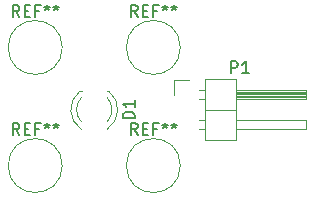
<source format=gbr>
G04 #@! TF.FileFunction,Legend,Top*
%FSLAX46Y46*%
G04 Gerber Fmt 4.6, Leading zero omitted, Abs format (unit mm)*
G04 Created by KiCad (PCBNEW 4.0.2-stable) date 6/16/2017 10:15:05 AM*
%MOMM*%
G01*
G04 APERTURE LIST*
%ADD10C,0.100000*%
%ADD11C,0.120000*%
%ADD12C,0.150000*%
G04 APERTURE END LIST*
D10*
D11*
X143078608Y-112942335D02*
G75*
G03X143235516Y-109710000I-1078608J1672335D01*
G01*
X140921392Y-112942335D02*
G75*
G02X140764484Y-109710000I1078608J1672335D01*
G01*
X143079837Y-112311130D02*
G75*
G03X143080000Y-110229039I-1079837J1041130D01*
G01*
X140920163Y-112311130D02*
G75*
G02X140920000Y-110229039I1079837J1041130D01*
G01*
X143236000Y-109710000D02*
X143080000Y-109710000D01*
X140920000Y-109710000D02*
X140764000Y-109710000D01*
X151340000Y-108670000D02*
X151340000Y-111270000D01*
X151340000Y-111270000D02*
X153960000Y-111270000D01*
X153960000Y-111270000D02*
X153960000Y-108670000D01*
X153960000Y-108670000D02*
X151340000Y-108670000D01*
X153960000Y-109620000D02*
X153960000Y-110380000D01*
X153960000Y-110380000D02*
X159960000Y-110380000D01*
X159960000Y-110380000D02*
X159960000Y-109620000D01*
X159960000Y-109620000D02*
X153960000Y-109620000D01*
X150910000Y-109620000D02*
X151340000Y-109620000D01*
X150910000Y-110380000D02*
X151340000Y-110380000D01*
X153960000Y-109740000D02*
X159960000Y-109740000D01*
X153960000Y-109860000D02*
X159960000Y-109860000D01*
X153960000Y-109980000D02*
X159960000Y-109980000D01*
X153960000Y-110100000D02*
X159960000Y-110100000D01*
X153960000Y-110220000D02*
X159960000Y-110220000D01*
X153960000Y-110340000D02*
X159960000Y-110340000D01*
X151340000Y-111270000D02*
X151340000Y-113870000D01*
X151340000Y-113870000D02*
X153960000Y-113870000D01*
X153960000Y-113870000D02*
X153960000Y-111270000D01*
X153960000Y-111270000D02*
X151340000Y-111270000D01*
X153960000Y-112160000D02*
X153960000Y-112920000D01*
X153960000Y-112920000D02*
X159960000Y-112920000D01*
X159960000Y-112920000D02*
X159960000Y-112160000D01*
X159960000Y-112160000D02*
X153960000Y-112160000D01*
X150910000Y-112160000D02*
X151340000Y-112160000D01*
X150910000Y-112920000D02*
X151340000Y-112920000D01*
X148730000Y-110000000D02*
X148730000Y-108730000D01*
X148730000Y-108730000D02*
X150000000Y-108730000D01*
X139286000Y-116000000D02*
G75*
G03X139286000Y-116000000I-2286000J0D01*
G01*
X139286000Y-106000000D02*
G75*
G03X139286000Y-106000000I-2286000J0D01*
G01*
X149286000Y-116000000D02*
G75*
G03X149286000Y-116000000I-2286000J0D01*
G01*
X149286000Y-106000000D02*
G75*
G03X149286000Y-106000000I-2286000J0D01*
G01*
D12*
X145412381Y-112008095D02*
X144412381Y-112008095D01*
X144412381Y-111770000D01*
X144460000Y-111627142D01*
X144555238Y-111531904D01*
X144650476Y-111484285D01*
X144840952Y-111436666D01*
X144983810Y-111436666D01*
X145174286Y-111484285D01*
X145269524Y-111531904D01*
X145364762Y-111627142D01*
X145412381Y-111770000D01*
X145412381Y-112008095D01*
X145412381Y-110484285D02*
X145412381Y-111055714D01*
X145412381Y-110770000D02*
X144412381Y-110770000D01*
X144555238Y-110865238D01*
X144650476Y-110960476D01*
X144698095Y-111055714D01*
X153576905Y-108182381D02*
X153576905Y-107182381D01*
X153957858Y-107182381D01*
X154053096Y-107230000D01*
X154100715Y-107277619D01*
X154148334Y-107372857D01*
X154148334Y-107515714D01*
X154100715Y-107610952D01*
X154053096Y-107658571D01*
X153957858Y-107706190D01*
X153576905Y-107706190D01*
X155100715Y-108182381D02*
X154529286Y-108182381D01*
X154815000Y-108182381D02*
X154815000Y-107182381D01*
X154719762Y-107325238D01*
X154624524Y-107420476D01*
X154529286Y-107468095D01*
X135666667Y-113404381D02*
X135333333Y-112928190D01*
X135095238Y-113404381D02*
X135095238Y-112404381D01*
X135476191Y-112404381D01*
X135571429Y-112452000D01*
X135619048Y-112499619D01*
X135666667Y-112594857D01*
X135666667Y-112737714D01*
X135619048Y-112832952D01*
X135571429Y-112880571D01*
X135476191Y-112928190D01*
X135095238Y-112928190D01*
X136095238Y-112880571D02*
X136428572Y-112880571D01*
X136571429Y-113404381D02*
X136095238Y-113404381D01*
X136095238Y-112404381D01*
X136571429Y-112404381D01*
X137333334Y-112880571D02*
X137000000Y-112880571D01*
X137000000Y-113404381D02*
X137000000Y-112404381D01*
X137476191Y-112404381D01*
X138000000Y-112404381D02*
X138000000Y-112642476D01*
X137761905Y-112547238D02*
X138000000Y-112642476D01*
X138238096Y-112547238D01*
X137857143Y-112832952D02*
X138000000Y-112642476D01*
X138142858Y-112832952D01*
X138761905Y-112404381D02*
X138761905Y-112642476D01*
X138523810Y-112547238D02*
X138761905Y-112642476D01*
X139000001Y-112547238D01*
X138619048Y-112832952D02*
X138761905Y-112642476D01*
X138904763Y-112832952D01*
X135666667Y-103404381D02*
X135333333Y-102928190D01*
X135095238Y-103404381D02*
X135095238Y-102404381D01*
X135476191Y-102404381D01*
X135571429Y-102452000D01*
X135619048Y-102499619D01*
X135666667Y-102594857D01*
X135666667Y-102737714D01*
X135619048Y-102832952D01*
X135571429Y-102880571D01*
X135476191Y-102928190D01*
X135095238Y-102928190D01*
X136095238Y-102880571D02*
X136428572Y-102880571D01*
X136571429Y-103404381D02*
X136095238Y-103404381D01*
X136095238Y-102404381D01*
X136571429Y-102404381D01*
X137333334Y-102880571D02*
X137000000Y-102880571D01*
X137000000Y-103404381D02*
X137000000Y-102404381D01*
X137476191Y-102404381D01*
X138000000Y-102404381D02*
X138000000Y-102642476D01*
X137761905Y-102547238D02*
X138000000Y-102642476D01*
X138238096Y-102547238D01*
X137857143Y-102832952D02*
X138000000Y-102642476D01*
X138142858Y-102832952D01*
X138761905Y-102404381D02*
X138761905Y-102642476D01*
X138523810Y-102547238D02*
X138761905Y-102642476D01*
X139000001Y-102547238D01*
X138619048Y-102832952D02*
X138761905Y-102642476D01*
X138904763Y-102832952D01*
X145666667Y-113404381D02*
X145333333Y-112928190D01*
X145095238Y-113404381D02*
X145095238Y-112404381D01*
X145476191Y-112404381D01*
X145571429Y-112452000D01*
X145619048Y-112499619D01*
X145666667Y-112594857D01*
X145666667Y-112737714D01*
X145619048Y-112832952D01*
X145571429Y-112880571D01*
X145476191Y-112928190D01*
X145095238Y-112928190D01*
X146095238Y-112880571D02*
X146428572Y-112880571D01*
X146571429Y-113404381D02*
X146095238Y-113404381D01*
X146095238Y-112404381D01*
X146571429Y-112404381D01*
X147333334Y-112880571D02*
X147000000Y-112880571D01*
X147000000Y-113404381D02*
X147000000Y-112404381D01*
X147476191Y-112404381D01*
X148000000Y-112404381D02*
X148000000Y-112642476D01*
X147761905Y-112547238D02*
X148000000Y-112642476D01*
X148238096Y-112547238D01*
X147857143Y-112832952D02*
X148000000Y-112642476D01*
X148142858Y-112832952D01*
X148761905Y-112404381D02*
X148761905Y-112642476D01*
X148523810Y-112547238D02*
X148761905Y-112642476D01*
X149000001Y-112547238D01*
X148619048Y-112832952D02*
X148761905Y-112642476D01*
X148904763Y-112832952D01*
X145666667Y-103404381D02*
X145333333Y-102928190D01*
X145095238Y-103404381D02*
X145095238Y-102404381D01*
X145476191Y-102404381D01*
X145571429Y-102452000D01*
X145619048Y-102499619D01*
X145666667Y-102594857D01*
X145666667Y-102737714D01*
X145619048Y-102832952D01*
X145571429Y-102880571D01*
X145476191Y-102928190D01*
X145095238Y-102928190D01*
X146095238Y-102880571D02*
X146428572Y-102880571D01*
X146571429Y-103404381D02*
X146095238Y-103404381D01*
X146095238Y-102404381D01*
X146571429Y-102404381D01*
X147333334Y-102880571D02*
X147000000Y-102880571D01*
X147000000Y-103404381D02*
X147000000Y-102404381D01*
X147476191Y-102404381D01*
X148000000Y-102404381D02*
X148000000Y-102642476D01*
X147761905Y-102547238D02*
X148000000Y-102642476D01*
X148238096Y-102547238D01*
X147857143Y-102832952D02*
X148000000Y-102642476D01*
X148142858Y-102832952D01*
X148761905Y-102404381D02*
X148761905Y-102642476D01*
X148523810Y-102547238D02*
X148761905Y-102642476D01*
X149000001Y-102547238D01*
X148619048Y-102832952D02*
X148761905Y-102642476D01*
X148904763Y-102832952D01*
M02*

</source>
